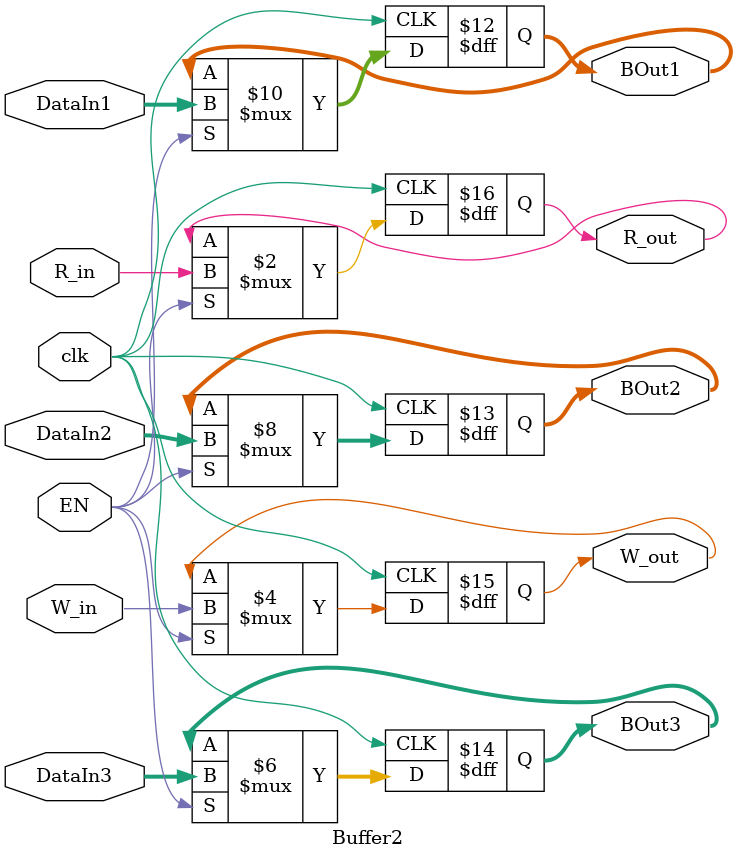
<source format=v>
module Buffer2 (
    input wire [31:0] DataIn1,  // Dirección (hacia Mem)
    input wire [31:0] DataIn2,  // Salida ALU (hacia BancoReg)
    input wire [31:0] DataIn3,  // Otro dato (ej. DR2 o similar)
    input wire clk,
    input wire EN,
    input wire W_in,
    input wire R_in,
    output reg [31:0] BOut1,
    output reg [31:0] BOut2,
    output reg [31:0] BOut3,
    output reg W_out,
    output reg R_out
);
    always @(posedge clk) begin
        if (EN) begin
            BOut1 <= DataIn1;
            BOut2 <= DataIn2;
            BOut3 <= DataIn3;
            W_out <= W_in;
            R_out <= R_in;
        end
    end
endmodule
</source>
